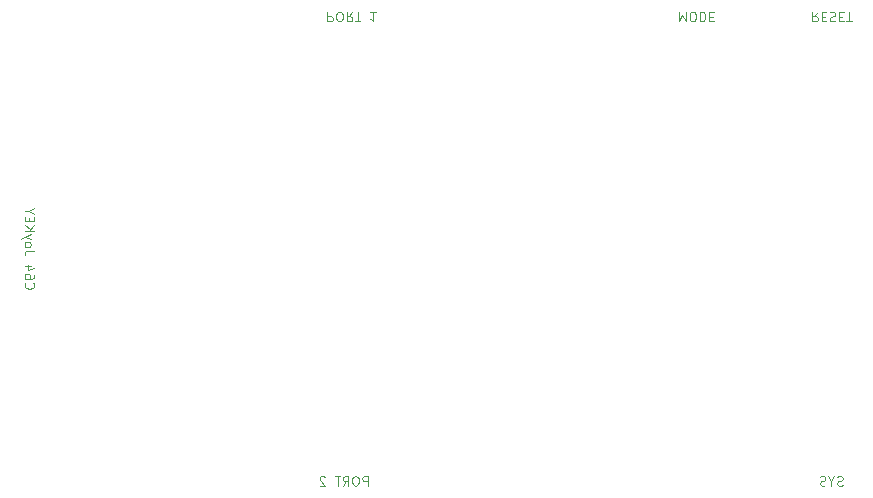
<source format=gbo>
%TF.GenerationSoftware,KiCad,Pcbnew,(5.1.8)-1*%
%TF.CreationDate,2021-01-12T21:36:03+01:00*%
%TF.ProjectId,C64 JoyAdapter,43363420-4a6f-4794-9164-61707465722e,rev?*%
%TF.SameCoordinates,Original*%
%TF.FileFunction,Legend,Bot*%
%TF.FilePolarity,Positive*%
%FSLAX46Y46*%
G04 Gerber Fmt 4.6, Leading zero omitted, Abs format (unit mm)*
G04 Created by KiCad (PCBNEW (5.1.8)-1) date 2021-01-12 21:36:03*
%MOMM*%
%LPD*%
G01*
G04 APERTURE LIST*
%ADD10C,0.100000*%
G04 APERTURE END LIST*
D10*
X96234285Y-94970238D02*
X96196190Y-95008333D01*
X96158095Y-95122619D01*
X96158095Y-95198809D01*
X96196190Y-95313095D01*
X96272380Y-95389285D01*
X96348571Y-95427380D01*
X96500952Y-95465476D01*
X96615238Y-95465476D01*
X96767619Y-95427380D01*
X96843809Y-95389285D01*
X96920000Y-95313095D01*
X96958095Y-95198809D01*
X96958095Y-95122619D01*
X96920000Y-95008333D01*
X96881904Y-94970238D01*
X96958095Y-94284523D02*
X96958095Y-94436904D01*
X96920000Y-94513095D01*
X96881904Y-94551190D01*
X96767619Y-94627380D01*
X96615238Y-94665476D01*
X96310476Y-94665476D01*
X96234285Y-94627380D01*
X96196190Y-94589285D01*
X96158095Y-94513095D01*
X96158095Y-94360714D01*
X96196190Y-94284523D01*
X96234285Y-94246428D01*
X96310476Y-94208333D01*
X96500952Y-94208333D01*
X96577142Y-94246428D01*
X96615238Y-94284523D01*
X96653333Y-94360714D01*
X96653333Y-94513095D01*
X96615238Y-94589285D01*
X96577142Y-94627380D01*
X96500952Y-94665476D01*
X96691428Y-93522619D02*
X96158095Y-93522619D01*
X96996190Y-93713095D02*
X96424761Y-93903571D01*
X96424761Y-93408333D01*
X96958095Y-92265476D02*
X96386666Y-92265476D01*
X96272380Y-92303571D01*
X96196190Y-92379761D01*
X96158095Y-92494047D01*
X96158095Y-92570238D01*
X96158095Y-91770238D02*
X96196190Y-91846428D01*
X96234285Y-91884523D01*
X96310476Y-91922619D01*
X96539047Y-91922619D01*
X96615238Y-91884523D01*
X96653333Y-91846428D01*
X96691428Y-91770238D01*
X96691428Y-91655952D01*
X96653333Y-91579761D01*
X96615238Y-91541666D01*
X96539047Y-91503571D01*
X96310476Y-91503571D01*
X96234285Y-91541666D01*
X96196190Y-91579761D01*
X96158095Y-91655952D01*
X96158095Y-91770238D01*
X96691428Y-91236904D02*
X96158095Y-91046428D01*
X96691428Y-90855952D02*
X96158095Y-91046428D01*
X95967619Y-91122619D01*
X95929523Y-91160714D01*
X95891428Y-91236904D01*
X96158095Y-90551190D02*
X96958095Y-90551190D01*
X96158095Y-90094047D02*
X96615238Y-90436904D01*
X96958095Y-90094047D02*
X96500952Y-90551190D01*
X96577142Y-89751190D02*
X96577142Y-89484523D01*
X96158095Y-89370238D02*
X96158095Y-89751190D01*
X96958095Y-89751190D01*
X96958095Y-89370238D01*
X96539047Y-88875000D02*
X96158095Y-88875000D01*
X96958095Y-89141666D02*
X96539047Y-88875000D01*
X96958095Y-88608333D01*
X165417380Y-112083809D02*
X165303095Y-112121904D01*
X165112619Y-112121904D01*
X165036428Y-112083809D01*
X164998333Y-112045714D01*
X164960238Y-111969523D01*
X164960238Y-111893333D01*
X164998333Y-111817142D01*
X165036428Y-111779047D01*
X165112619Y-111740952D01*
X165265000Y-111702857D01*
X165341190Y-111664761D01*
X165379285Y-111626666D01*
X165417380Y-111550476D01*
X165417380Y-111474285D01*
X165379285Y-111398095D01*
X165341190Y-111360000D01*
X165265000Y-111321904D01*
X165074523Y-111321904D01*
X164960238Y-111360000D01*
X164465000Y-111740952D02*
X164465000Y-112121904D01*
X164731666Y-111321904D02*
X164465000Y-111740952D01*
X164198333Y-111321904D01*
X163969761Y-112083809D02*
X163855476Y-112121904D01*
X163665000Y-112121904D01*
X163588809Y-112083809D01*
X163550714Y-112045714D01*
X163512619Y-111969523D01*
X163512619Y-111893333D01*
X163550714Y-111817142D01*
X163588809Y-111779047D01*
X163665000Y-111740952D01*
X163817380Y-111702857D01*
X163893571Y-111664761D01*
X163931666Y-111626666D01*
X163969761Y-111550476D01*
X163969761Y-111474285D01*
X163931666Y-111398095D01*
X163893571Y-111360000D01*
X163817380Y-111321904D01*
X163626904Y-111321904D01*
X163512619Y-111360000D01*
X125209047Y-112121904D02*
X125209047Y-111321904D01*
X124904285Y-111321904D01*
X124828095Y-111360000D01*
X124790000Y-111398095D01*
X124751904Y-111474285D01*
X124751904Y-111588571D01*
X124790000Y-111664761D01*
X124828095Y-111702857D01*
X124904285Y-111740952D01*
X125209047Y-111740952D01*
X124256666Y-111321904D02*
X124104285Y-111321904D01*
X124028095Y-111360000D01*
X123951904Y-111436190D01*
X123913809Y-111588571D01*
X123913809Y-111855238D01*
X123951904Y-112007619D01*
X124028095Y-112083809D01*
X124104285Y-112121904D01*
X124256666Y-112121904D01*
X124332857Y-112083809D01*
X124409047Y-112007619D01*
X124447142Y-111855238D01*
X124447142Y-111588571D01*
X124409047Y-111436190D01*
X124332857Y-111360000D01*
X124256666Y-111321904D01*
X123113809Y-112121904D02*
X123380476Y-111740952D01*
X123570952Y-112121904D02*
X123570952Y-111321904D01*
X123266190Y-111321904D01*
X123190000Y-111360000D01*
X123151904Y-111398095D01*
X123113809Y-111474285D01*
X123113809Y-111588571D01*
X123151904Y-111664761D01*
X123190000Y-111702857D01*
X123266190Y-111740952D01*
X123570952Y-111740952D01*
X122885238Y-111321904D02*
X122428095Y-111321904D01*
X122656666Y-112121904D02*
X122656666Y-111321904D01*
X121590000Y-111398095D02*
X121551904Y-111360000D01*
X121475714Y-111321904D01*
X121285238Y-111321904D01*
X121209047Y-111360000D01*
X121170952Y-111398095D01*
X121132857Y-111474285D01*
X121132857Y-111550476D01*
X121170952Y-111664761D01*
X121628095Y-112121904D01*
X121132857Y-112121904D01*
X121805952Y-72028095D02*
X121805952Y-72828095D01*
X122110714Y-72828095D01*
X122186904Y-72790000D01*
X122225000Y-72751904D01*
X122263095Y-72675714D01*
X122263095Y-72561428D01*
X122225000Y-72485238D01*
X122186904Y-72447142D01*
X122110714Y-72409047D01*
X121805952Y-72409047D01*
X122758333Y-72828095D02*
X122910714Y-72828095D01*
X122986904Y-72790000D01*
X123063095Y-72713809D01*
X123101190Y-72561428D01*
X123101190Y-72294761D01*
X123063095Y-72142380D01*
X122986904Y-72066190D01*
X122910714Y-72028095D01*
X122758333Y-72028095D01*
X122682142Y-72066190D01*
X122605952Y-72142380D01*
X122567857Y-72294761D01*
X122567857Y-72561428D01*
X122605952Y-72713809D01*
X122682142Y-72790000D01*
X122758333Y-72828095D01*
X123901190Y-72028095D02*
X123634523Y-72409047D01*
X123444047Y-72028095D02*
X123444047Y-72828095D01*
X123748809Y-72828095D01*
X123825000Y-72790000D01*
X123863095Y-72751904D01*
X123901190Y-72675714D01*
X123901190Y-72561428D01*
X123863095Y-72485238D01*
X123825000Y-72447142D01*
X123748809Y-72409047D01*
X123444047Y-72409047D01*
X124129761Y-72828095D02*
X124586904Y-72828095D01*
X124358333Y-72028095D02*
X124358333Y-72828095D01*
X125882142Y-72028095D02*
X125425000Y-72028095D01*
X125653571Y-72028095D02*
X125653571Y-72828095D01*
X125577380Y-72713809D01*
X125501190Y-72637619D01*
X125425000Y-72599523D01*
X163303095Y-72028095D02*
X163036428Y-72409047D01*
X162845952Y-72028095D02*
X162845952Y-72828095D01*
X163150714Y-72828095D01*
X163226904Y-72790000D01*
X163265000Y-72751904D01*
X163303095Y-72675714D01*
X163303095Y-72561428D01*
X163265000Y-72485238D01*
X163226904Y-72447142D01*
X163150714Y-72409047D01*
X162845952Y-72409047D01*
X163645952Y-72447142D02*
X163912619Y-72447142D01*
X164026904Y-72028095D02*
X163645952Y-72028095D01*
X163645952Y-72828095D01*
X164026904Y-72828095D01*
X164331666Y-72066190D02*
X164445952Y-72028095D01*
X164636428Y-72028095D01*
X164712619Y-72066190D01*
X164750714Y-72104285D01*
X164788809Y-72180476D01*
X164788809Y-72256666D01*
X164750714Y-72332857D01*
X164712619Y-72370952D01*
X164636428Y-72409047D01*
X164484047Y-72447142D01*
X164407857Y-72485238D01*
X164369761Y-72523333D01*
X164331666Y-72599523D01*
X164331666Y-72675714D01*
X164369761Y-72751904D01*
X164407857Y-72790000D01*
X164484047Y-72828095D01*
X164674523Y-72828095D01*
X164788809Y-72790000D01*
X165131666Y-72447142D02*
X165398333Y-72447142D01*
X165512619Y-72028095D02*
X165131666Y-72028095D01*
X165131666Y-72828095D01*
X165512619Y-72828095D01*
X165741190Y-72828095D02*
X166198333Y-72828095D01*
X165969761Y-72028095D02*
X165969761Y-72828095D01*
X151587380Y-72028095D02*
X151587380Y-72828095D01*
X151854047Y-72256666D01*
X152120714Y-72828095D01*
X152120714Y-72028095D01*
X152654047Y-72828095D02*
X152806428Y-72828095D01*
X152882619Y-72790000D01*
X152958809Y-72713809D01*
X152996904Y-72561428D01*
X152996904Y-72294761D01*
X152958809Y-72142380D01*
X152882619Y-72066190D01*
X152806428Y-72028095D01*
X152654047Y-72028095D01*
X152577857Y-72066190D01*
X152501666Y-72142380D01*
X152463571Y-72294761D01*
X152463571Y-72561428D01*
X152501666Y-72713809D01*
X152577857Y-72790000D01*
X152654047Y-72828095D01*
X153339761Y-72028095D02*
X153339761Y-72828095D01*
X153530238Y-72828095D01*
X153644523Y-72790000D01*
X153720714Y-72713809D01*
X153758809Y-72637619D01*
X153796904Y-72485238D01*
X153796904Y-72370952D01*
X153758809Y-72218571D01*
X153720714Y-72142380D01*
X153644523Y-72066190D01*
X153530238Y-72028095D01*
X153339761Y-72028095D01*
X154139761Y-72447142D02*
X154406428Y-72447142D01*
X154520714Y-72028095D02*
X154139761Y-72028095D01*
X154139761Y-72828095D01*
X154520714Y-72828095D01*
M02*

</source>
